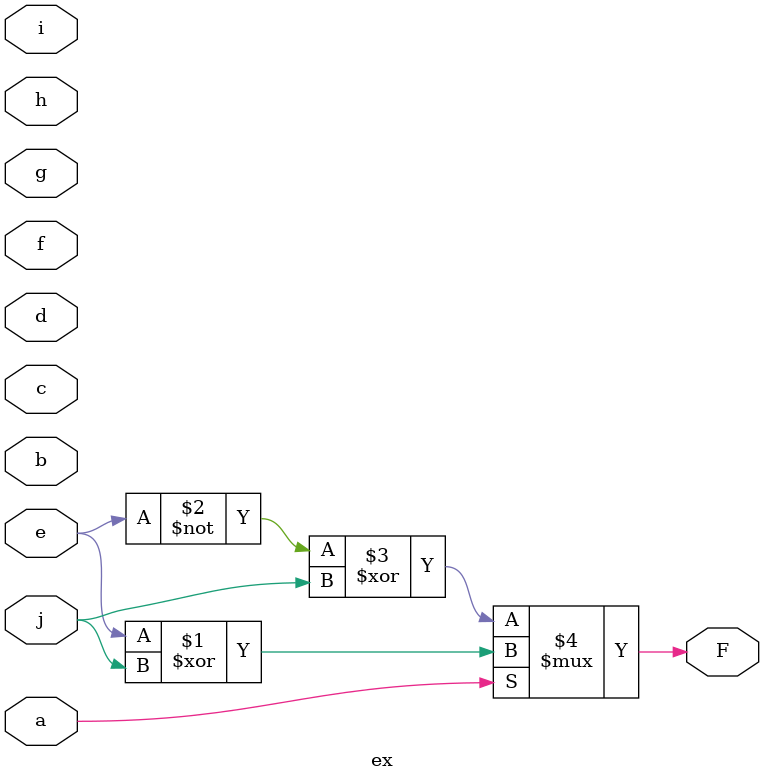
<source format=v>

module ex ( 
    a, b, c, d, e, f, g, h, i, j,
    F  );
  input  a, b, c, d, e, f, g, h, i, j;
  output F;
  assign F = a ? (e ^ j) : (~e ^ j);
endmodule



</source>
